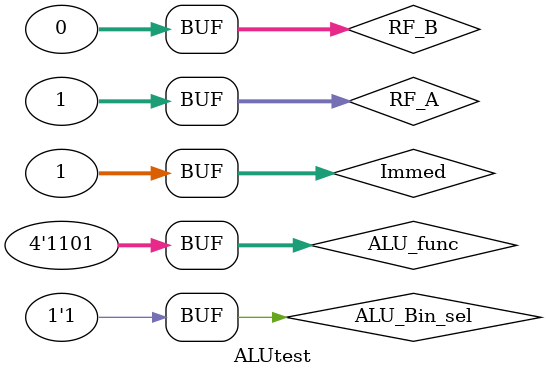
<source format=v>
`timescale 1ns / 1ps


module ALUtest;

	// Inputs
	reg [31:0] RF_A;
	reg [31:0] RF_B;
	reg [31:0] Immed;
	reg ALU_Bin_sel;
	reg [3:0] ALU_func;

	// Outputs
	wire [31:0] ALU_out;

	// Instantiate the Unit Under Test (UUT)
	ALUSTAGE uut (
		.RF_A(RF_A), 
		.RF_B(RF_B), 
		.Immed(Immed), 
		.ALU_Bin_sel(ALU_Bin_sel), 
		.ALU_func(ALU_func), 
		.ALU_out(ALU_out)
	);

initial begin
		// Initialize Inputs
		RF_A = 0;
		RF_B = 0;
		Immed = 0;
		ALU_Bin_sel = 0;
		ALU_func = 0;

		// Wait 100 ns for global reset to finish
		#100;
        
		// Add stimulus here
		//Addition tests
		RF_A = 0;
		RF_B = 0;
		Immed = 1;
		ALU_Bin_sel = 0;
		ALU_func = 0;
		#5;
		
		RF_A = 0;
		RF_B = 0;
		Immed = 1;
		ALU_Bin_sel = 1;
		ALU_func = 0;
		#5;
		
		//Subtraction tests
		RF_A = 1;
		RF_B = 0;
		Immed = 1;
		ALU_Bin_sel = 0;
		ALU_func = 1;
		#5;
		
		RF_A = 1;
		RF_B = 0;
		Immed = 1;
		ALU_Bin_sel = 1;
		ALU_func = 1;
		#5;
		
		//AND tests
		RF_A = 1;
		RF_B = 0;
		Immed = 1;
		ALU_Bin_sel = 0;
		ALU_func = 2;
		#5;
		
		RF_A = 1;
		RF_B = 0;
		Immed = 1;
		ALU_Bin_sel = 1;
		ALU_func = 2;
		#5;
		
		//OR tests
		RF_A = 1;
		RF_B = 0;
		Immed = 1;
		ALU_Bin_sel = 0;
		ALU_func = 3;
		#5;
		
		RF_A = 1;
		RF_B = 0;
		Immed = 1;
		ALU_Bin_sel = 1;
		ALU_func = 3;
		#5;
		
		//NOT test
		RF_A = 1;
		RF_B = 0;
		Immed = 1;
		ALU_Bin_sel = 1;
		ALU_func = 4;
		#5;
		
		//Arithmetic shift right test
		RF_A = 1;
		RF_B = 0;
		Immed = 1;
		ALU_Bin_sel = 1;
		ALU_func = 8;
		#5;
		
		//Logical shift right test
		RF_A = 1;
		RF_B = 0;
		Immed = 1;
		ALU_Bin_sel = 1;
		ALU_func = 10;
		#5;
		
		//Logical shift left test
		RF_A = 1;
		RF_B = 0;
		Immed = 1;
		ALU_Bin_sel = 1;
		ALU_func = 9;
		#5;
		
		//Rotational shift left test
		RF_A = 1;
		RF_B = 0;
		Immed = 1;
		ALU_Bin_sel = 1;
		ALU_func = 12;
		#5;
		
		//Rotational shift right test
		RF_A = 1;
		RF_B = 0;
		Immed = 1;
		ALU_Bin_sel = 1;
		ALU_func = 13;
	end
      
endmodule


</source>
